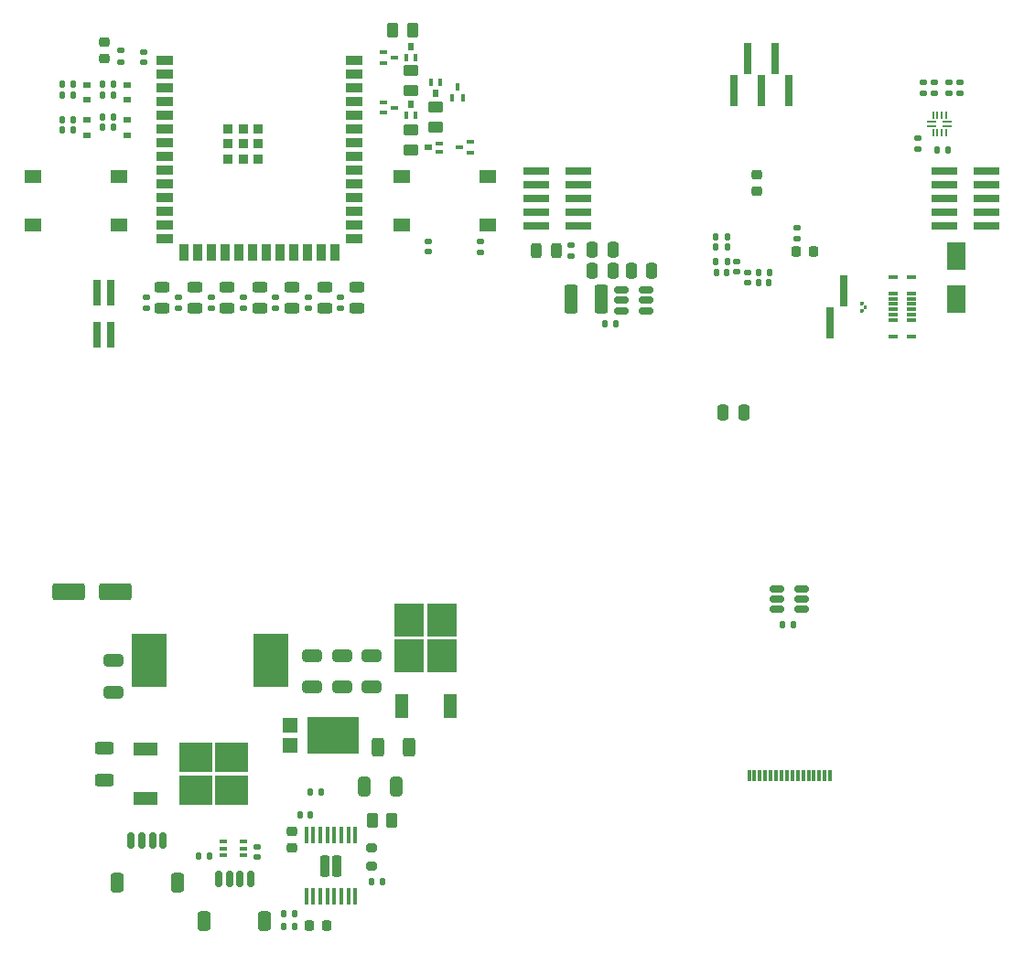
<source format=gtp>
%TF.GenerationSoftware,KiCad,Pcbnew,(6.0.9)*%
%TF.CreationDate,2023-02-02T11:23:03+01:00*%
%TF.ProjectId,Stencil,5374656e-6369-46c2-9e6b-696361645f70,rev?*%
%TF.SameCoordinates,Original*%
%TF.FileFunction,Paste,Top*%
%TF.FilePolarity,Positive*%
%FSLAX46Y46*%
G04 Gerber Fmt 4.6, Leading zero omitted, Abs format (unit mm)*
G04 Created by KiCad (PCBNEW (6.0.9)) date 2023-02-02 11:23:03*
%MOMM*%
%LPD*%
G01*
G04 APERTURE LIST*
G04 Aperture macros list*
%AMRoundRect*
0 Rectangle with rounded corners*
0 $1 Rounding radius*
0 $2 $3 $4 $5 $6 $7 $8 $9 X,Y pos of 4 corners*
0 Add a 4 corners polygon primitive as box body*
4,1,4,$2,$3,$4,$5,$6,$7,$8,$9,$2,$3,0*
0 Add four circle primitives for the rounded corners*
1,1,$1+$1,$2,$3*
1,1,$1+$1,$4,$5*
1,1,$1+$1,$6,$7*
1,1,$1+$1,$8,$9*
0 Add four rect primitives between the rounded corners*
20,1,$1+$1,$2,$3,$4,$5,0*
20,1,$1+$1,$4,$5,$6,$7,0*
20,1,$1+$1,$6,$7,$8,$9,0*
20,1,$1+$1,$8,$9,$2,$3,0*%
G04 Aperture macros list end*
%ADD10C,0.010000*%
%ADD11RoundRect,0.140000X-0.170000X0.140000X-0.170000X-0.140000X0.170000X-0.140000X0.170000X0.140000X0*%
%ADD12RoundRect,0.250000X0.375000X1.075000X-0.375000X1.075000X-0.375000X-1.075000X0.375000X-1.075000X0*%
%ADD13RoundRect,0.140000X0.170000X-0.140000X0.170000X0.140000X-0.170000X0.140000X-0.170000X-0.140000X0*%
%ADD14R,0.700000X0.600000*%
%ADD15R,0.500000X0.700000*%
%ADD16R,0.400000X0.700000*%
%ADD17RoundRect,0.135000X0.185000X-0.135000X0.185000X0.135000X-0.185000X0.135000X-0.185000X-0.135000X0*%
%ADD18RoundRect,0.135000X0.135000X0.185000X-0.135000X0.185000X-0.135000X-0.185000X0.135000X-0.185000X0*%
%ADD19R,2.400000X0.740000*%
%ADD20RoundRect,0.200000X0.275000X-0.200000X0.275000X0.200000X-0.275000X0.200000X-0.275000X-0.200000X0*%
%ADD21R,3.250000X5.000000*%
%ADD22RoundRect,0.250000X0.650000X-0.325000X0.650000X0.325000X-0.650000X0.325000X-0.650000X-0.325000X0*%
%ADD23RoundRect,0.135000X-0.185000X0.135000X-0.185000X-0.135000X0.185000X-0.135000X0.185000X0.135000X0*%
%ADD24RoundRect,0.250000X0.450000X-0.262500X0.450000X0.262500X-0.450000X0.262500X-0.450000X-0.262500X0*%
%ADD25RoundRect,0.243750X-0.456250X0.243750X-0.456250X-0.243750X0.456250X-0.243750X0.456250X0.243750X0*%
%ADD26R,1.500000X0.900000*%
%ADD27R,0.900000X1.500000*%
%ADD28R,0.900000X0.900000*%
%ADD29R,1.550000X1.300000*%
%ADD30RoundRect,0.150000X-0.150000X-0.625000X0.150000X-0.625000X0.150000X0.625000X-0.150000X0.625000X0*%
%ADD31RoundRect,0.250000X-0.350000X-0.650000X0.350000X-0.650000X0.350000X0.650000X-0.350000X0.650000X0*%
%ADD32R,2.750000X3.050000*%
%ADD33R,1.200000X2.200000*%
%ADD34R,4.860000X3.360000*%
%ADD35R,1.400000X1.390000*%
%ADD36RoundRect,0.135000X-0.135000X-0.185000X0.135000X-0.185000X0.135000X0.185000X-0.135000X0.185000X0*%
%ADD37R,1.800000X2.500000*%
%ADD38RoundRect,0.232500X0.232500X-0.757500X0.232500X0.757500X-0.232500X0.757500X-0.232500X-0.757500X0*%
%ADD39RoundRect,0.100000X0.100000X-0.687500X0.100000X0.687500X-0.100000X0.687500X-0.100000X-0.687500X0*%
%ADD40RoundRect,0.225000X0.250000X-0.225000X0.250000X0.225000X-0.250000X0.225000X-0.250000X-0.225000X0*%
%ADD41R,0.650000X3.000000*%
%ADD42R,0.300000X1.000000*%
%ADD43RoundRect,0.250000X-0.625000X0.312500X-0.625000X-0.312500X0.625000X-0.312500X0.625000X0.312500X0*%
%ADD44RoundRect,0.150000X-0.512500X-0.150000X0.512500X-0.150000X0.512500X0.150000X-0.512500X0.150000X0*%
%ADD45RoundRect,0.140000X0.140000X0.170000X-0.140000X0.170000X-0.140000X-0.170000X0.140000X-0.170000X0*%
%ADD46R,0.700000X0.400000*%
%ADD47RoundRect,0.140000X-0.140000X-0.170000X0.140000X-0.170000X0.140000X0.170000X-0.140000X0.170000X0*%
%ADD48RoundRect,0.250000X0.262500X0.450000X-0.262500X0.450000X-0.262500X-0.450000X0.262500X-0.450000X0*%
%ADD49RoundRect,0.225000X-0.225000X-0.250000X0.225000X-0.250000X0.225000X0.250000X-0.225000X0.250000X0*%
%ADD50R,0.740000X2.400000*%
%ADD51RoundRect,0.250000X-0.325000X-0.650000X0.325000X-0.650000X0.325000X0.650000X-0.325000X0.650000X0*%
%ADD52R,0.650000X0.400000*%
%ADD53RoundRect,0.250000X-0.250000X-0.475000X0.250000X-0.475000X0.250000X0.475000X-0.250000X0.475000X0*%
%ADD54RoundRect,0.250000X0.312500X0.625000X-0.312500X0.625000X-0.312500X-0.625000X0.312500X-0.625000X0*%
%ADD55RoundRect,0.250000X-1.250000X-0.550000X1.250000X-0.550000X1.250000X0.550000X-1.250000X0.550000X0*%
%ADD56RoundRect,0.225000X-0.250000X0.225000X-0.250000X-0.225000X0.250000X-0.225000X0.250000X0.225000X0*%
%ADD57R,3.050000X2.750000*%
%ADD58R,2.200000X1.200000*%
%ADD59RoundRect,0.250000X0.250000X0.475000X-0.250000X0.475000X-0.250000X-0.475000X0.250000X-0.475000X0*%
%ADD60RoundRect,0.050000X0.375000X0.050000X-0.375000X0.050000X-0.375000X-0.050000X0.375000X-0.050000X0*%
%ADD61RoundRect,0.050000X0.050000X0.275000X-0.050000X0.275000X-0.050000X-0.275000X0.050000X-0.275000X0*%
%ADD62RoundRect,0.250000X-0.262500X-0.450000X0.262500X-0.450000X0.262500X0.450000X-0.262500X0.450000X0*%
%ADD63RoundRect,0.243750X-0.243750X-0.456250X0.243750X-0.456250X0.243750X0.456250X-0.243750X0.456250X0*%
%ADD64RoundRect,0.250000X-0.450000X0.262500X-0.450000X-0.262500X0.450000X-0.262500X0.450000X0.262500X0*%
%ADD65R,0.870000X0.300000*%
%ADD66RoundRect,0.250000X-0.650000X0.325000X-0.650000X-0.325000X0.650000X-0.325000X0.650000X0.325000X0*%
%ADD67R,0.700000X0.500000*%
%ADD68RoundRect,0.150000X0.512500X0.150000X-0.512500X0.150000X-0.512500X-0.150000X0.512500X-0.150000X0*%
%ADD69RoundRect,0.225000X0.225000X0.250000X-0.225000X0.250000X-0.225000X-0.250000X0.225000X-0.250000X0*%
G04 APERTURE END LIST*
%TO.C,D202*%
G36*
X190063000Y-91086000D02*
G01*
X190065000Y-91086000D01*
X190068000Y-91087000D01*
X190070000Y-91087000D01*
X190073000Y-91088000D01*
X190075000Y-91089000D01*
X190078000Y-91090000D01*
X190080000Y-91092000D01*
X190082000Y-91093000D01*
X190084000Y-91095000D01*
X190086000Y-91096000D01*
X190094000Y-91104000D01*
X190095000Y-91106000D01*
X190097000Y-91108000D01*
X190098000Y-91110000D01*
X190100000Y-91112000D01*
X190101000Y-91115000D01*
X190102000Y-91117000D01*
X190103000Y-91120000D01*
X190103000Y-91122000D01*
X190104000Y-91125000D01*
X190104000Y-91127000D01*
X190105000Y-91130000D01*
X190105000Y-91250000D01*
X190104000Y-91253000D01*
X190104000Y-91255000D01*
X190103000Y-91258000D01*
X190103000Y-91260000D01*
X190102000Y-91263000D01*
X190101000Y-91265000D01*
X190100000Y-91268000D01*
X190098000Y-91270000D01*
X190097000Y-91272000D01*
X190095000Y-91274000D01*
X190094000Y-91276000D01*
X190086000Y-91284000D01*
X190084000Y-91285000D01*
X190082000Y-91287000D01*
X190080000Y-91288000D01*
X190078000Y-91290000D01*
X190075000Y-91291000D01*
X190073000Y-91292000D01*
X190070000Y-91293000D01*
X190068000Y-91293000D01*
X190065000Y-91294000D01*
X190063000Y-91294000D01*
X190060000Y-91295000D01*
X189940000Y-91295000D01*
X189937000Y-91294000D01*
X189935000Y-91294000D01*
X189932000Y-91293000D01*
X189930000Y-91293000D01*
X189927000Y-91292000D01*
X189925000Y-91291000D01*
X189922000Y-91290000D01*
X189920000Y-91288000D01*
X189918000Y-91287000D01*
X189916000Y-91285000D01*
X189914000Y-91284000D01*
X189906000Y-91276000D01*
X189905000Y-91274000D01*
X189903000Y-91272000D01*
X189902000Y-91270000D01*
X189900000Y-91268000D01*
X189899000Y-91265000D01*
X189898000Y-91263000D01*
X189897000Y-91260000D01*
X189897000Y-91258000D01*
X189896000Y-91255000D01*
X189896000Y-91253000D01*
X189895000Y-91250000D01*
X189895000Y-91130000D01*
X189896000Y-91127000D01*
X189896000Y-91125000D01*
X189897000Y-91122000D01*
X189897000Y-91120000D01*
X189898000Y-91117000D01*
X189899000Y-91115000D01*
X189900000Y-91112000D01*
X189902000Y-91110000D01*
X189903000Y-91108000D01*
X189905000Y-91106000D01*
X189906000Y-91104000D01*
X189914000Y-91096000D01*
X189916000Y-91095000D01*
X189918000Y-91093000D01*
X189920000Y-91092000D01*
X189922000Y-91090000D01*
X189925000Y-91089000D01*
X189927000Y-91088000D01*
X189930000Y-91087000D01*
X189932000Y-91087000D01*
X189935000Y-91086000D01*
X189937000Y-91086000D01*
X189940000Y-91085000D01*
X190060000Y-91085000D01*
X190063000Y-91086000D01*
G37*
D10*
X190063000Y-91086000D02*
X190065000Y-91086000D01*
X190068000Y-91087000D01*
X190070000Y-91087000D01*
X190073000Y-91088000D01*
X190075000Y-91089000D01*
X190078000Y-91090000D01*
X190080000Y-91092000D01*
X190082000Y-91093000D01*
X190084000Y-91095000D01*
X190086000Y-91096000D01*
X190094000Y-91104000D01*
X190095000Y-91106000D01*
X190097000Y-91108000D01*
X190098000Y-91110000D01*
X190100000Y-91112000D01*
X190101000Y-91115000D01*
X190102000Y-91117000D01*
X190103000Y-91120000D01*
X190103000Y-91122000D01*
X190104000Y-91125000D01*
X190104000Y-91127000D01*
X190105000Y-91130000D01*
X190105000Y-91250000D01*
X190104000Y-91253000D01*
X190104000Y-91255000D01*
X190103000Y-91258000D01*
X190103000Y-91260000D01*
X190102000Y-91263000D01*
X190101000Y-91265000D01*
X190100000Y-91268000D01*
X190098000Y-91270000D01*
X190097000Y-91272000D01*
X190095000Y-91274000D01*
X190094000Y-91276000D01*
X190086000Y-91284000D01*
X190084000Y-91285000D01*
X190082000Y-91287000D01*
X190080000Y-91288000D01*
X190078000Y-91290000D01*
X190075000Y-91291000D01*
X190073000Y-91292000D01*
X190070000Y-91293000D01*
X190068000Y-91293000D01*
X190065000Y-91294000D01*
X190063000Y-91294000D01*
X190060000Y-91295000D01*
X189940000Y-91295000D01*
X189937000Y-91294000D01*
X189935000Y-91294000D01*
X189932000Y-91293000D01*
X189930000Y-91293000D01*
X189927000Y-91292000D01*
X189925000Y-91291000D01*
X189922000Y-91290000D01*
X189920000Y-91288000D01*
X189918000Y-91287000D01*
X189916000Y-91285000D01*
X189914000Y-91284000D01*
X189906000Y-91276000D01*
X189905000Y-91274000D01*
X189903000Y-91272000D01*
X189902000Y-91270000D01*
X189900000Y-91268000D01*
X189899000Y-91265000D01*
X189898000Y-91263000D01*
X189897000Y-91260000D01*
X189897000Y-91258000D01*
X189896000Y-91255000D01*
X189896000Y-91253000D01*
X189895000Y-91250000D01*
X189895000Y-91130000D01*
X189896000Y-91127000D01*
X189896000Y-91125000D01*
X189897000Y-91122000D01*
X189897000Y-91120000D01*
X189898000Y-91117000D01*
X189899000Y-91115000D01*
X189900000Y-91112000D01*
X189902000Y-91110000D01*
X189903000Y-91108000D01*
X189905000Y-91106000D01*
X189906000Y-91104000D01*
X189914000Y-91096000D01*
X189916000Y-91095000D01*
X189918000Y-91093000D01*
X189920000Y-91092000D01*
X189922000Y-91090000D01*
X189925000Y-91089000D01*
X189927000Y-91088000D01*
X189930000Y-91087000D01*
X189932000Y-91087000D01*
X189935000Y-91086000D01*
X189937000Y-91086000D01*
X189940000Y-91085000D01*
X190060000Y-91085000D01*
X190063000Y-91086000D01*
G36*
X190063000Y-90406000D02*
G01*
X190065000Y-90406000D01*
X190068000Y-90407000D01*
X190070000Y-90407000D01*
X190073000Y-90408000D01*
X190075000Y-90409000D01*
X190078000Y-90410000D01*
X190080000Y-90412000D01*
X190082000Y-90413000D01*
X190084000Y-90415000D01*
X190086000Y-90416000D01*
X190094000Y-90424000D01*
X190095000Y-90426000D01*
X190097000Y-90428000D01*
X190098000Y-90430000D01*
X190100000Y-90432000D01*
X190101000Y-90435000D01*
X190102000Y-90437000D01*
X190103000Y-90440000D01*
X190103000Y-90442000D01*
X190104000Y-90445000D01*
X190104000Y-90447000D01*
X190105000Y-90450000D01*
X190105000Y-90570000D01*
X190104000Y-90573000D01*
X190104000Y-90575000D01*
X190103000Y-90578000D01*
X190103000Y-90580000D01*
X190102000Y-90583000D01*
X190101000Y-90585000D01*
X190100000Y-90588000D01*
X190098000Y-90590000D01*
X190097000Y-90592000D01*
X190095000Y-90594000D01*
X190094000Y-90596000D01*
X190086000Y-90604000D01*
X190084000Y-90605000D01*
X190082000Y-90607000D01*
X190080000Y-90608000D01*
X190078000Y-90610000D01*
X190075000Y-90611000D01*
X190073000Y-90612000D01*
X190070000Y-90613000D01*
X190068000Y-90613000D01*
X190065000Y-90614000D01*
X190063000Y-90614000D01*
X190060000Y-90615000D01*
X189940000Y-90615000D01*
X189937000Y-90614000D01*
X189935000Y-90614000D01*
X189932000Y-90613000D01*
X189930000Y-90613000D01*
X189927000Y-90612000D01*
X189925000Y-90611000D01*
X189922000Y-90610000D01*
X189920000Y-90608000D01*
X189918000Y-90607000D01*
X189916000Y-90605000D01*
X189914000Y-90604000D01*
X189906000Y-90596000D01*
X189905000Y-90594000D01*
X189903000Y-90592000D01*
X189902000Y-90590000D01*
X189900000Y-90588000D01*
X189899000Y-90585000D01*
X189898000Y-90583000D01*
X189897000Y-90580000D01*
X189897000Y-90578000D01*
X189896000Y-90575000D01*
X189896000Y-90573000D01*
X189895000Y-90570000D01*
X189895000Y-90450000D01*
X189896000Y-90447000D01*
X189896000Y-90445000D01*
X189897000Y-90442000D01*
X189897000Y-90440000D01*
X189898000Y-90437000D01*
X189899000Y-90435000D01*
X189900000Y-90432000D01*
X189902000Y-90430000D01*
X189903000Y-90428000D01*
X189905000Y-90426000D01*
X189906000Y-90424000D01*
X189914000Y-90416000D01*
X189916000Y-90415000D01*
X189918000Y-90413000D01*
X189920000Y-90412000D01*
X189922000Y-90410000D01*
X189925000Y-90409000D01*
X189927000Y-90408000D01*
X189930000Y-90407000D01*
X189932000Y-90407000D01*
X189935000Y-90406000D01*
X189937000Y-90406000D01*
X189940000Y-90405000D01*
X190060000Y-90405000D01*
X190063000Y-90406000D01*
G37*
X190063000Y-90406000D02*
X190065000Y-90406000D01*
X190068000Y-90407000D01*
X190070000Y-90407000D01*
X190073000Y-90408000D01*
X190075000Y-90409000D01*
X190078000Y-90410000D01*
X190080000Y-90412000D01*
X190082000Y-90413000D01*
X190084000Y-90415000D01*
X190086000Y-90416000D01*
X190094000Y-90424000D01*
X190095000Y-90426000D01*
X190097000Y-90428000D01*
X190098000Y-90430000D01*
X190100000Y-90432000D01*
X190101000Y-90435000D01*
X190102000Y-90437000D01*
X190103000Y-90440000D01*
X190103000Y-90442000D01*
X190104000Y-90445000D01*
X190104000Y-90447000D01*
X190105000Y-90450000D01*
X190105000Y-90570000D01*
X190104000Y-90573000D01*
X190104000Y-90575000D01*
X190103000Y-90578000D01*
X190103000Y-90580000D01*
X190102000Y-90583000D01*
X190101000Y-90585000D01*
X190100000Y-90588000D01*
X190098000Y-90590000D01*
X190097000Y-90592000D01*
X190095000Y-90594000D01*
X190094000Y-90596000D01*
X190086000Y-90604000D01*
X190084000Y-90605000D01*
X190082000Y-90607000D01*
X190080000Y-90608000D01*
X190078000Y-90610000D01*
X190075000Y-90611000D01*
X190073000Y-90612000D01*
X190070000Y-90613000D01*
X190068000Y-90613000D01*
X190065000Y-90614000D01*
X190063000Y-90614000D01*
X190060000Y-90615000D01*
X189940000Y-90615000D01*
X189937000Y-90614000D01*
X189935000Y-90614000D01*
X189932000Y-90613000D01*
X189930000Y-90613000D01*
X189927000Y-90612000D01*
X189925000Y-90611000D01*
X189922000Y-90610000D01*
X189920000Y-90608000D01*
X189918000Y-90607000D01*
X189916000Y-90605000D01*
X189914000Y-90604000D01*
X189906000Y-90596000D01*
X189905000Y-90594000D01*
X189903000Y-90592000D01*
X189902000Y-90590000D01*
X189900000Y-90588000D01*
X189899000Y-90585000D01*
X189898000Y-90583000D01*
X189897000Y-90580000D01*
X189897000Y-90578000D01*
X189896000Y-90575000D01*
X189896000Y-90573000D01*
X189895000Y-90570000D01*
X189895000Y-90450000D01*
X189896000Y-90447000D01*
X189896000Y-90445000D01*
X189897000Y-90442000D01*
X189897000Y-90440000D01*
X189898000Y-90437000D01*
X189899000Y-90435000D01*
X189900000Y-90432000D01*
X189902000Y-90430000D01*
X189903000Y-90428000D01*
X189905000Y-90426000D01*
X189906000Y-90424000D01*
X189914000Y-90416000D01*
X189916000Y-90415000D01*
X189918000Y-90413000D01*
X189920000Y-90412000D01*
X189922000Y-90410000D01*
X189925000Y-90409000D01*
X189927000Y-90408000D01*
X189930000Y-90407000D01*
X189932000Y-90407000D01*
X189935000Y-90406000D01*
X189937000Y-90406000D01*
X189940000Y-90405000D01*
X190060000Y-90405000D01*
X190063000Y-90406000D01*
G36*
X190363000Y-90746000D02*
G01*
X190365000Y-90746000D01*
X190368000Y-90747000D01*
X190370000Y-90747000D01*
X190373000Y-90748000D01*
X190375000Y-90749000D01*
X190378000Y-90750000D01*
X190380000Y-90752000D01*
X190382000Y-90753000D01*
X190384000Y-90755000D01*
X190386000Y-90756000D01*
X190394000Y-90764000D01*
X190395000Y-90766000D01*
X190397000Y-90768000D01*
X190398000Y-90770000D01*
X190400000Y-90772000D01*
X190401000Y-90775000D01*
X190402000Y-90777000D01*
X190403000Y-90780000D01*
X190403000Y-90782000D01*
X190404000Y-90785000D01*
X190404000Y-90787000D01*
X190405000Y-90790000D01*
X190405000Y-90910000D01*
X190404000Y-90913000D01*
X190404000Y-90915000D01*
X190403000Y-90918000D01*
X190403000Y-90920000D01*
X190402000Y-90923000D01*
X190401000Y-90925000D01*
X190400000Y-90928000D01*
X190398000Y-90930000D01*
X190397000Y-90932000D01*
X190395000Y-90934000D01*
X190394000Y-90936000D01*
X190386000Y-90944000D01*
X190384000Y-90945000D01*
X190382000Y-90947000D01*
X190380000Y-90948000D01*
X190378000Y-90950000D01*
X190375000Y-90951000D01*
X190373000Y-90952000D01*
X190370000Y-90953000D01*
X190368000Y-90953000D01*
X190365000Y-90954000D01*
X190363000Y-90954000D01*
X190360000Y-90955000D01*
X190240000Y-90955000D01*
X190237000Y-90954000D01*
X190235000Y-90954000D01*
X190232000Y-90953000D01*
X190230000Y-90953000D01*
X190227000Y-90952000D01*
X190225000Y-90951000D01*
X190222000Y-90950000D01*
X190220000Y-90948000D01*
X190218000Y-90947000D01*
X190216000Y-90945000D01*
X190214000Y-90944000D01*
X190206000Y-90936000D01*
X190205000Y-90934000D01*
X190203000Y-90932000D01*
X190202000Y-90930000D01*
X190200000Y-90928000D01*
X190199000Y-90925000D01*
X190198000Y-90923000D01*
X190197000Y-90920000D01*
X190197000Y-90918000D01*
X190196000Y-90915000D01*
X190196000Y-90913000D01*
X190195000Y-90910000D01*
X190195000Y-90790000D01*
X190196000Y-90787000D01*
X190196000Y-90785000D01*
X190197000Y-90782000D01*
X190197000Y-90780000D01*
X190198000Y-90777000D01*
X190199000Y-90775000D01*
X190200000Y-90772000D01*
X190202000Y-90770000D01*
X190203000Y-90768000D01*
X190205000Y-90766000D01*
X190206000Y-90764000D01*
X190214000Y-90756000D01*
X190216000Y-90755000D01*
X190218000Y-90753000D01*
X190220000Y-90752000D01*
X190222000Y-90750000D01*
X190225000Y-90749000D01*
X190227000Y-90748000D01*
X190230000Y-90747000D01*
X190232000Y-90747000D01*
X190235000Y-90746000D01*
X190237000Y-90746000D01*
X190240000Y-90745000D01*
X190360000Y-90745000D01*
X190363000Y-90746000D01*
G37*
X190363000Y-90746000D02*
X190365000Y-90746000D01*
X190368000Y-90747000D01*
X190370000Y-90747000D01*
X190373000Y-90748000D01*
X190375000Y-90749000D01*
X190378000Y-90750000D01*
X190380000Y-90752000D01*
X190382000Y-90753000D01*
X190384000Y-90755000D01*
X190386000Y-90756000D01*
X190394000Y-90764000D01*
X190395000Y-90766000D01*
X190397000Y-90768000D01*
X190398000Y-90770000D01*
X190400000Y-90772000D01*
X190401000Y-90775000D01*
X190402000Y-90777000D01*
X190403000Y-90780000D01*
X190403000Y-90782000D01*
X190404000Y-90785000D01*
X190404000Y-90787000D01*
X190405000Y-90790000D01*
X190405000Y-90910000D01*
X190404000Y-90913000D01*
X190404000Y-90915000D01*
X190403000Y-90918000D01*
X190403000Y-90920000D01*
X190402000Y-90923000D01*
X190401000Y-90925000D01*
X190400000Y-90928000D01*
X190398000Y-90930000D01*
X190397000Y-90932000D01*
X190395000Y-90934000D01*
X190394000Y-90936000D01*
X190386000Y-90944000D01*
X190384000Y-90945000D01*
X190382000Y-90947000D01*
X190380000Y-90948000D01*
X190378000Y-90950000D01*
X190375000Y-90951000D01*
X190373000Y-90952000D01*
X190370000Y-90953000D01*
X190368000Y-90953000D01*
X190365000Y-90954000D01*
X190363000Y-90954000D01*
X190360000Y-90955000D01*
X190240000Y-90955000D01*
X190237000Y-90954000D01*
X190235000Y-90954000D01*
X190232000Y-90953000D01*
X190230000Y-90953000D01*
X190227000Y-90952000D01*
X190225000Y-90951000D01*
X190222000Y-90950000D01*
X190220000Y-90948000D01*
X190218000Y-90947000D01*
X190216000Y-90945000D01*
X190214000Y-90944000D01*
X190206000Y-90936000D01*
X190205000Y-90934000D01*
X190203000Y-90932000D01*
X190202000Y-90930000D01*
X190200000Y-90928000D01*
X190199000Y-90925000D01*
X190198000Y-90923000D01*
X190197000Y-90920000D01*
X190197000Y-90918000D01*
X190196000Y-90915000D01*
X190196000Y-90913000D01*
X190195000Y-90910000D01*
X190195000Y-90790000D01*
X190196000Y-90787000D01*
X190196000Y-90785000D01*
X190197000Y-90782000D01*
X190197000Y-90780000D01*
X190198000Y-90777000D01*
X190199000Y-90775000D01*
X190200000Y-90772000D01*
X190202000Y-90770000D01*
X190203000Y-90768000D01*
X190205000Y-90766000D01*
X190206000Y-90764000D01*
X190214000Y-90756000D01*
X190216000Y-90755000D01*
X190218000Y-90753000D01*
X190220000Y-90752000D01*
X190222000Y-90750000D01*
X190225000Y-90749000D01*
X190227000Y-90748000D01*
X190230000Y-90747000D01*
X190232000Y-90747000D01*
X190235000Y-90746000D01*
X190237000Y-90746000D01*
X190240000Y-90745000D01*
X190360000Y-90745000D01*
X190363000Y-90746000D01*
%TD*%
D11*
%TO.C,C327*%
X179450000Y-87670000D03*
X179450000Y-88630000D03*
%TD*%
D12*
%TO.C,L401*%
X165950000Y-90150000D03*
X163150000Y-90150000D03*
%TD*%
D13*
%TO.C,C10*%
X134100000Y-141780000D03*
X134100000Y-140820000D03*
%TD*%
D14*
%TO.C,D402*%
X122057029Y-73558471D03*
X122057029Y-74958471D03*
%TD*%
D15*
%TO.C,Q408*%
X148307029Y-66758471D03*
D16*
X147907029Y-67758471D03*
X148707029Y-67758471D03*
%TD*%
D17*
%TO.C,R501*%
X196750000Y-71120000D03*
X196750000Y-70100000D03*
%TD*%
D18*
%TO.C,R418*%
X117067029Y-70258471D03*
X116047029Y-70258471D03*
%TD*%
D19*
%TO.C,J203*%
X201600000Y-83390000D03*
X197700000Y-83390000D03*
X201600000Y-82120000D03*
X197700000Y-82120000D03*
X201600000Y-80850000D03*
X197700000Y-80850000D03*
X201600000Y-79580000D03*
X197700000Y-79580000D03*
X201600000Y-78310000D03*
X197700000Y-78310000D03*
%TD*%
D20*
%TO.C,R5*%
X144700000Y-142625000D03*
X144700000Y-140975000D03*
%TD*%
D13*
%TO.C,C304*%
X149937029Y-85728471D03*
X149937029Y-84768471D03*
%TD*%
D21*
%TO.C,L1*%
X124075000Y-123600000D03*
X135325000Y-123600000D03*
%TD*%
D22*
%TO.C,C6*%
X144700000Y-126075000D03*
X144700000Y-123125000D03*
%TD*%
D23*
%TO.C,R309*%
X126807029Y-89998471D03*
X126807029Y-91018471D03*
%TD*%
D24*
%TO.C,R406*%
X148307029Y-76320971D03*
X148307029Y-74495971D03*
%TD*%
D25*
%TO.C,D305*%
X137307029Y-89070971D03*
X137307029Y-90945971D03*
%TD*%
D17*
%TO.C,R302*%
X154737029Y-85788471D03*
X154737029Y-84768471D03*
%TD*%
D18*
%TO.C,R414*%
X117067029Y-73508471D03*
X116047029Y-73508471D03*
%TD*%
%TO.C,R309*%
X177560000Y-84350000D03*
X176540000Y-84350000D03*
%TD*%
D26*
%TO.C,U301*%
X125557029Y-68048471D03*
X125557029Y-69318471D03*
X125557029Y-70588471D03*
X125557029Y-71858471D03*
X125557029Y-73128471D03*
X125557029Y-74398471D03*
X125557029Y-75668471D03*
X125557029Y-76938471D03*
X125557029Y-78208471D03*
X125557029Y-79478471D03*
X125557029Y-80748471D03*
X125557029Y-82018471D03*
X125557029Y-83288471D03*
X125557029Y-84558471D03*
D27*
X127322029Y-85808471D03*
X128592029Y-85808471D03*
X129862029Y-85808471D03*
X131132029Y-85808471D03*
X132402029Y-85808471D03*
X133672029Y-85808471D03*
X134942029Y-85808471D03*
X136212029Y-85808471D03*
X137482029Y-85808471D03*
X138752029Y-85808471D03*
X140022029Y-85808471D03*
X141292029Y-85808471D03*
D26*
X143057029Y-84558471D03*
X143057029Y-83288471D03*
X143057029Y-82018471D03*
X143057029Y-80748471D03*
X143057029Y-79478471D03*
X143057029Y-78208471D03*
X143057029Y-76938471D03*
X143057029Y-75668471D03*
X143057029Y-74398471D03*
X143057029Y-73128471D03*
X143057029Y-71858471D03*
X143057029Y-70588471D03*
X143057029Y-69318471D03*
X143057029Y-68048471D03*
D28*
X131407029Y-77168471D03*
X131407029Y-75768471D03*
X132807029Y-77168471D03*
X132807029Y-75768471D03*
X134207029Y-75768471D03*
X134207029Y-77168471D03*
X132807029Y-74368471D03*
X134207029Y-74368471D03*
X131407029Y-74368471D03*
%TD*%
D29*
%TO.C,SW301*%
X113322029Y-83258471D03*
X121272029Y-83258471D03*
X113322029Y-78758471D03*
X121272029Y-78758471D03*
%TD*%
D30*
%TO.C,J4*%
X130500000Y-143800000D03*
X131500000Y-143800000D03*
X132500000Y-143800000D03*
X133500000Y-143800000D03*
D31*
X129200000Y-147675000D03*
X134800000Y-147675000D03*
%TD*%
D32*
%TO.C,Q2*%
X148175000Y-123175000D03*
X151225000Y-119825000D03*
X151225000Y-123175000D03*
X148175000Y-119825000D03*
D33*
X147420000Y-127800000D03*
X151980000Y-127800000D03*
%TD*%
D34*
%TO.C,D1*%
X141120000Y-130500000D03*
D35*
X137138000Y-129580000D03*
X137138000Y-131420000D03*
%TD*%
D25*
%TO.C,D301*%
X125307029Y-89070971D03*
X125307029Y-90945971D03*
%TD*%
D36*
%TO.C,R8*%
X136540000Y-148200000D03*
X137560000Y-148200000D03*
%TD*%
D29*
%TO.C,SW302*%
X147432029Y-78758471D03*
X155382029Y-78758471D03*
X155382029Y-83258471D03*
X147432029Y-83258471D03*
%TD*%
D23*
%TO.C,R506*%
X195190000Y-75270000D03*
X195190000Y-76290000D03*
%TD*%
D37*
%TO.C,D201*%
X198750000Y-90150000D03*
X198750000Y-86150000D03*
%TD*%
D38*
%TO.C,U1*%
X141480000Y-142600000D03*
X140320000Y-142600000D03*
D39*
X138625000Y-145462500D03*
X139275000Y-145462500D03*
X139925000Y-145462500D03*
X140575000Y-145462500D03*
X141225000Y-145462500D03*
X141875000Y-145462500D03*
X142525000Y-145462500D03*
X143175000Y-145462500D03*
X143175000Y-139737500D03*
X142525000Y-139737500D03*
X141875000Y-139737500D03*
X141225000Y-139737500D03*
X140575000Y-139737500D03*
X139925000Y-139737500D03*
X139275000Y-139737500D03*
X138625000Y-139737500D03*
%TD*%
D40*
%TO.C,C303*%
X119957029Y-67883471D03*
X119957029Y-66333471D03*
%TD*%
D41*
%TO.C,J207*%
X178210000Y-70850000D03*
X179480000Y-67850000D03*
X180750000Y-70850000D03*
X182020000Y-67850000D03*
X183290000Y-70850000D03*
%TD*%
D42*
%TO.C,J101*%
X179596447Y-134246447D03*
X180596447Y-134246447D03*
X181596447Y-134246447D03*
X182596447Y-134246447D03*
X184096447Y-134246447D03*
X185096447Y-134246447D03*
X186096447Y-134246447D03*
X187096447Y-134246447D03*
X186596447Y-134246447D03*
X185596447Y-134246447D03*
X184596447Y-134246447D03*
X183596447Y-134246447D03*
X183096447Y-134246447D03*
X182096447Y-134246447D03*
X181096447Y-134246447D03*
X180096447Y-134246447D03*
%TD*%
D15*
%TO.C,Q406*%
X148307029Y-72108471D03*
D16*
X147907029Y-73108471D03*
X148707029Y-73108471D03*
%TD*%
D18*
%TO.C,R2*%
X129710000Y-141700000D03*
X128690000Y-141700000D03*
%TD*%
D43*
%TO.C,R9*%
X119900000Y-131737500D03*
X119900000Y-134662500D03*
%TD*%
D44*
%TO.C,U101*%
X182155393Y-116942893D03*
X182155393Y-117892893D03*
X182155393Y-118842893D03*
X184430393Y-118842893D03*
X184430393Y-117892893D03*
X184430393Y-116942893D03*
%TD*%
D25*
%TO.C,D306*%
X140307029Y-89070971D03*
X140307029Y-90945971D03*
%TD*%
D45*
%TO.C,C501*%
X197980000Y-76350000D03*
X197020000Y-76350000D03*
%TD*%
D18*
%TO.C,R314*%
X181460000Y-87650000D03*
X180440000Y-87650000D03*
%TD*%
D46*
%TO.C,Q407*%
X146807029Y-67758471D03*
X145807029Y-67258471D03*
X145807029Y-68258471D03*
%TD*%
D18*
%TO.C,R416*%
X120817029Y-73258471D03*
X119797029Y-73258471D03*
%TD*%
D16*
%TO.C,Q401*%
X152607029Y-70508471D03*
X152107029Y-71508471D03*
X153107029Y-71508471D03*
%TD*%
D36*
%TO.C,R417*%
X116047029Y-71258471D03*
X117067029Y-71258471D03*
%TD*%
D23*
%TO.C,R308*%
X184050000Y-83540000D03*
X184050000Y-84560000D03*
%TD*%
D47*
%TO.C,C330*%
X176570000Y-87650000D03*
X177530000Y-87650000D03*
%TD*%
D48*
%TO.C,R412*%
X148469529Y-65258471D03*
X146644529Y-65258471D03*
%TD*%
D49*
%TO.C,C326*%
X183975000Y-85750000D03*
X185525000Y-85750000D03*
%TD*%
D50*
%TO.C,J205*%
X120572029Y-89508471D03*
X120572029Y-93408471D03*
X119302029Y-89508471D03*
X119302029Y-93408471D03*
%TD*%
D14*
%TO.C,D404*%
X122057029Y-70308471D03*
X122057029Y-71708471D03*
%TD*%
D25*
%TO.C,D304*%
X134307029Y-89070971D03*
X134307029Y-90945971D03*
%TD*%
D51*
%TO.C,C9*%
X144025000Y-135300000D03*
X146975000Y-135300000D03*
%TD*%
D14*
%TO.C,D401*%
X118307029Y-73558471D03*
X118307029Y-74958471D03*
%TD*%
D52*
%TO.C,UR1*%
X132850000Y-141650000D03*
X132850000Y-141000000D03*
X132850000Y-140350000D03*
X130950000Y-140350000D03*
X130950000Y-141000000D03*
X130950000Y-141650000D03*
%TD*%
D23*
%TO.C,R314*%
X141807029Y-89998471D03*
X141807029Y-91018471D03*
%TD*%
D18*
%TO.C,R4*%
X140010000Y-135800000D03*
X138990000Y-135800000D03*
%TD*%
D45*
%TO.C,C102*%
X183672893Y-120242893D03*
X182712893Y-120242893D03*
%TD*%
D53*
%TO.C,C404*%
X165100000Y-87550000D03*
X167000000Y-87550000D03*
%TD*%
D23*
%TO.C,R308*%
X123807029Y-89998471D03*
X123807029Y-91018471D03*
%TD*%
D13*
%TO.C,C302*%
X123557029Y-68238471D03*
X123557029Y-67278471D03*
%TD*%
D41*
%TO.C,J206*%
X188385000Y-89350000D03*
X187115000Y-92350000D03*
%TD*%
D53*
%TO.C,C324*%
X177200000Y-100650000D03*
X179100000Y-100650000D03*
%TD*%
D54*
%TO.C,R6*%
X148162500Y-131600000D03*
X145237500Y-131600000D03*
%TD*%
D53*
%TO.C,C405*%
X165100000Y-85550000D03*
X167000000Y-85550000D03*
%TD*%
D24*
%TO.C,R409*%
X148307029Y-70820971D03*
X148307029Y-68995971D03*
%TD*%
D36*
%TO.C,R315*%
X176540000Y-86650000D03*
X177560000Y-86650000D03*
%TD*%
D46*
%TO.C,Q405*%
X146807029Y-72408471D03*
X145807029Y-71908471D03*
X145807029Y-72908471D03*
%TD*%
D55*
%TO.C,C1*%
X116600000Y-117200000D03*
X121000000Y-117200000D03*
%TD*%
D56*
%TO.C,C3*%
X137300000Y-139425000D03*
X137300000Y-140975000D03*
%TD*%
D57*
%TO.C,Q1*%
X128375000Y-132575000D03*
X128375000Y-135625000D03*
X131725000Y-135625000D03*
X131725000Y-132575000D03*
D58*
X123750000Y-131820000D03*
X123750000Y-136380000D03*
%TD*%
D25*
%TO.C,D303*%
X131307029Y-89070971D03*
X131307029Y-90945971D03*
%TD*%
D17*
%TO.C,R503*%
X199120000Y-71110000D03*
X199120000Y-70090000D03*
%TD*%
D23*
%TO.C,R310*%
X129807029Y-89998471D03*
X129807029Y-91018471D03*
%TD*%
D36*
%TO.C,R311*%
X176540000Y-85350000D03*
X177560000Y-85350000D03*
%TD*%
D59*
%TO.C,C402*%
X170600000Y-87550000D03*
X168700000Y-87550000D03*
%TD*%
D23*
%TO.C,R311*%
X132807029Y-89998471D03*
X132807029Y-91018471D03*
%TD*%
D14*
%TO.C,D403*%
X118307029Y-70308471D03*
X118307029Y-71708471D03*
%TD*%
D60*
%TO.C,U501*%
X197955000Y-74130000D03*
X197955000Y-73730000D03*
D61*
X197830000Y-73105000D03*
X197430000Y-73105000D03*
X197030000Y-73105000D03*
X196630000Y-73105000D03*
D60*
X196505000Y-73730000D03*
X196505000Y-74130000D03*
D61*
X196630000Y-74755000D03*
X197030000Y-74755000D03*
X197430000Y-74755000D03*
X197830000Y-74755000D03*
%TD*%
D36*
%TO.C,R419*%
X119797029Y-71258471D03*
X120817029Y-71258471D03*
%TD*%
D18*
%TO.C,R420*%
X120817029Y-70258471D03*
X119797029Y-70258471D03*
%TD*%
D22*
%TO.C,C7*%
X141950000Y-126075000D03*
X141950000Y-123125000D03*
%TD*%
D46*
%TO.C,Q403*%
X152807029Y-76108471D03*
X153807029Y-76608471D03*
X153807029Y-75608471D03*
%TD*%
D19*
%TO.C,J205*%
X163800000Y-83390000D03*
X159900000Y-83390000D03*
X163800000Y-82120000D03*
X159900000Y-82120000D03*
X163800000Y-80850000D03*
X159900000Y-80850000D03*
X163800000Y-79580000D03*
X159900000Y-79580000D03*
X163800000Y-78310000D03*
X159900000Y-78310000D03*
%TD*%
D62*
%TO.C,R7*%
X144725000Y-138400000D03*
X146550000Y-138400000D03*
%TD*%
D23*
%TO.C,R502*%
X195720000Y-70100000D03*
X195720000Y-71120000D03*
%TD*%
D25*
%TO.C,D307*%
X143307029Y-89070971D03*
X143307029Y-90945971D03*
%TD*%
%TO.C,D302*%
X128307029Y-89070971D03*
X128307029Y-90945971D03*
%TD*%
D17*
%TO.C,R401*%
X163150000Y-86160000D03*
X163150000Y-85140000D03*
%TD*%
D23*
%TO.C,R301*%
X121427029Y-67148471D03*
X121427029Y-68168471D03*
%TD*%
D63*
%TO.C,D401*%
X159912500Y-85650000D03*
X161787500Y-85650000D03*
%TD*%
D47*
%TO.C,C403*%
X166270000Y-92450000D03*
X167230000Y-92450000D03*
%TD*%
D45*
%TO.C,C328*%
X181430000Y-88650000D03*
X180470000Y-88650000D03*
%TD*%
D40*
%TO.C,C331*%
X180350000Y-80150000D03*
X180350000Y-78600000D03*
%TD*%
D22*
%TO.C,C8*%
X139200000Y-126075000D03*
X139200000Y-123125000D03*
%TD*%
D64*
%TO.C,R403*%
X150557029Y-72395971D03*
X150557029Y-74220971D03*
%TD*%
D36*
%TO.C,R1*%
X136540000Y-147000000D03*
X137560000Y-147000000D03*
%TD*%
D18*
%TO.C,R10*%
X145710000Y-144100000D03*
X144690000Y-144100000D03*
%TD*%
D11*
%TO.C,C329*%
X178450000Y-86670000D03*
X178450000Y-87630000D03*
%TD*%
D36*
%TO.C,R415*%
X119797029Y-74258471D03*
X120817029Y-74258471D03*
%TD*%
D30*
%TO.C,J3*%
X122400000Y-140300000D03*
X123400000Y-140300000D03*
X124400000Y-140300000D03*
X125400000Y-140300000D03*
D31*
X126700000Y-144175000D03*
X121100000Y-144175000D03*
%TD*%
D65*
%TO.C,J201*%
X194615000Y-88100000D03*
X194615000Y-89600000D03*
X194615000Y-90100000D03*
X194615000Y-90600000D03*
X194615000Y-91100000D03*
X194615000Y-91600000D03*
X194615000Y-92100000D03*
X194615000Y-93600000D03*
X192885000Y-93600000D03*
X192885000Y-92100000D03*
X192885000Y-91600000D03*
X192885000Y-91100000D03*
X192885000Y-90600000D03*
X192885000Y-90100000D03*
X192885000Y-89600000D03*
X192885000Y-88100000D03*
%TD*%
D66*
%TO.C,C2*%
X120800000Y-123625000D03*
X120800000Y-126575000D03*
%TD*%
D23*
%TO.C,R504*%
X198120000Y-70080000D03*
X198120000Y-71100000D03*
%TD*%
D47*
%TO.C,C4*%
X138020000Y-137900000D03*
X138980000Y-137900000D03*
%TD*%
D36*
%TO.C,R413*%
X116047029Y-74508471D03*
X117067029Y-74508471D03*
%TD*%
D67*
%TO.C,Q404*%
X149907029Y-76108471D03*
D46*
X150907029Y-76508471D03*
X150907029Y-75708471D03*
%TD*%
D23*
%TO.C,R312*%
X135807029Y-89998471D03*
X135807029Y-91018471D03*
%TD*%
D15*
%TO.C,Q402*%
X150607029Y-71108471D03*
D16*
X151007029Y-70108471D03*
X150207029Y-70108471D03*
%TD*%
D68*
%TO.C,U401*%
X170087500Y-91200000D03*
X170087500Y-90250000D03*
X170087500Y-89300000D03*
X167812500Y-89300000D03*
X167812500Y-90250000D03*
X167812500Y-91200000D03*
%TD*%
D69*
%TO.C,C5*%
X140475000Y-148100000D03*
X138925000Y-148100000D03*
%TD*%
D23*
%TO.C,R313*%
X138807029Y-89998471D03*
X138807029Y-91018471D03*
%TD*%
M02*

</source>
